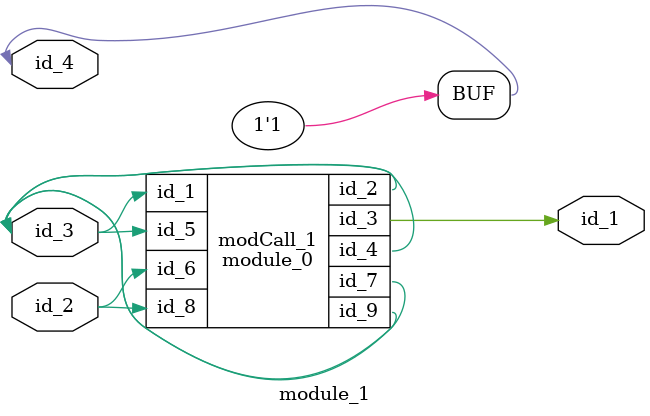
<source format=v>
module module_0 (
    id_1,
    id_2,
    id_3,
    id_4,
    id_5,
    id_6,
    id_7,
    id_8,
    id_9
);
  inout wire id_9;
  input wire id_8;
  assign module_1.id_4 = 0;
  inout wire id_7;
  input wire id_6;
  input wire id_5;
  output wire id_4;
  output wire id_3;
  inout wire id_2;
  input wire id_1;
  wire id_10;
endmodule
module module_1 (
    id_1,
    id_2,
    id_3,
    id_4
);
  inout reg id_4;
  module_0 modCall_1 (
      id_3,
      id_3,
      id_1,
      id_3,
      id_3,
      id_2,
      id_3,
      id_2,
      id_3
  );
  inout wire id_3;
  inout wire id_2;
  output wire id_1;
  always id_4 <= 1;
endmodule

</source>
